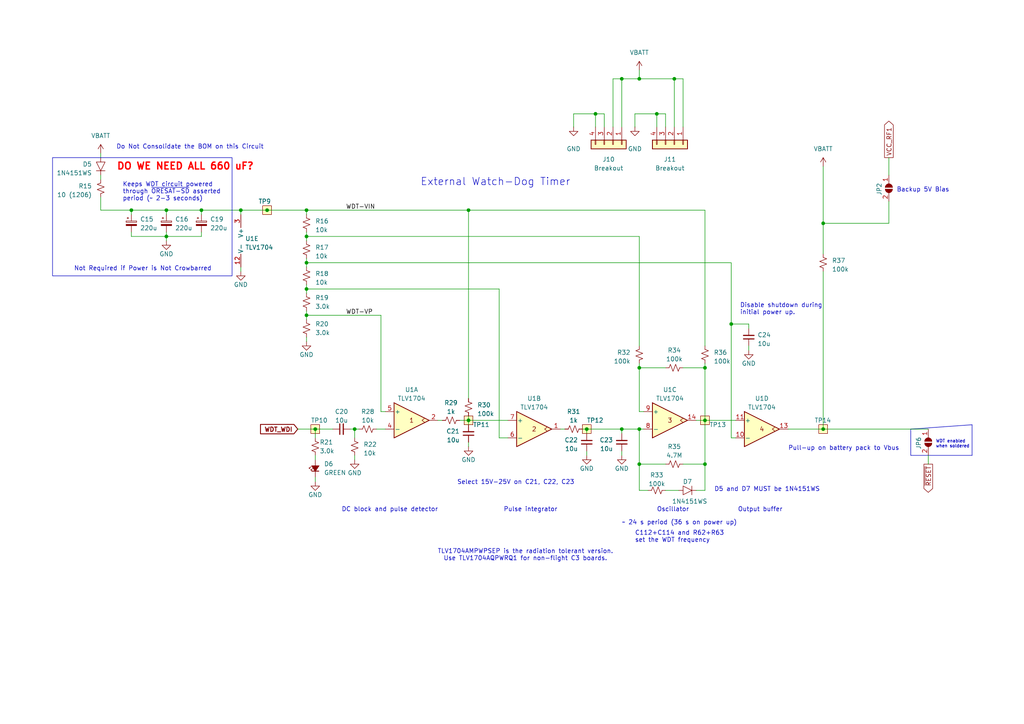
<source format=kicad_sch>
(kicad_sch (version 20231120) (generator "eeschema") (generator_version "8.0")
  (paper "A4")
  (lib_symbols
    (symbol "Connector_Generic:Conn_01x04" (pin_names (offset 1.016) hide)
      (property "Reference" "J" (at 0 5.08 0))
      (property "Value" "Conn_01x04" (at 0 -7.62 0))
      (symbol "Conn_01x04_1_1"
        (pin passive line (at -5.08 2.54 0) (length 3.81) (name "Pin_1") (number "1"))
        (pin passive line (at -5.08 0 0) (length 3.81) (name "Pin_2") (number "2"))
        (pin passive line (at -5.08 -2.54 0) (length 3.81) (name "Pin_3") (number "3"))
        (pin passive line (at -5.08 -5.08 0) (length 3.81) (name "Pin_4") (number "4"))
      )
    )
    (symbol "Device:C_Polarized_Small" (pin_numbers hide) (pin_names (offset 0.254) hide)
      (property "Reference" "C" (at 0.254 1.778 0))
      (property "Value" "C_Polarized_Small" (at 0.254 -2.032 0))
      (symbol "C_Polarized_Small_1_1"
        (pin passive line (at 0 2.54 270) (length 1.8542) (name "~") (number "1"))
        (pin passive line (at 0 -2.54 90) (length 1.8542) (name "~") (number "2"))
      )
    )
    (symbol "Device:C_Small" (pin_numbers hide) (pin_names (offset 0.254) hide)
      (property "Reference" "C" (at 0.254 1.778 0))
      (property "Value" "C_Small" (at 0.254 -2.032 0))
      (symbol "C_Small_1_1"
        (pin passive line (at 0 2.54 270) (length 2.032) (name "~") (number "1"))
        (pin passive line (at 0 -2.54 90) (length 2.032) (name "~") (number "2"))
      )
    )
    (symbol "Device:LED_Small_Filled" (pin_numbers hide) (pin_names (offset 0.254) hide)
      (property "Reference" "D" (at -1.27 3.175 0))
      (property "Value" "LED_Small_Filled" (at -4.445 -2.54 0))
      (symbol "LED_Small_Filled_1_1"
        (pin passive line (at -2.54 0 0) (length 1.778) (name "K") (number "1"))
        (pin passive line (at 2.54 0 180) (length 1.778) (name "A") (number "2"))
      )
    )
    (symbol "Device:R_Small_US" (pin_numbers hide) (pin_names (offset 0.254) hide)
      (property "Reference" "R" (at 0.762 0.508 0))
      (property "Value" "R_Small_US" (at 0.762 -1.016 0))
      (symbol "R_Small_US_1_1"
        (pin passive line (at 0 2.54 270) (length 1.016) (name "~") (number "1"))
        (pin passive line (at 0 -2.54 90) (length 1.016) (name "~") (number "2"))
      )
    )
    (symbol "GND_1" (power) (pin_numbers hide) (pin_names (offset 0) hide)
      (property "Value" "GND" (at 0 -3.81 0))
      (symbol "GND_1_1_1"
        (pin power_in line (at 0 0 270) (length 0) (name "~") (number "1"))
      )
    )
    (symbol "Jumper:SolderJumper_2_Open" (pin_names (offset 0) hide)
      (property "Reference" "JP" (at 0 2.032 0))
      (property "Value" "SolderJumper_2_Open" (at 0 -2.54 0))
      (symbol "SolderJumper_2_Open_1_1"
        (pin passive line (at -3.81 0 0) (length 2.54) (name "A") (number "1"))
        (pin passive line (at 3.81 0 180) (length 2.54) (name "B") (number "2"))
      )
    )
    (symbol "TLV1704AIPWR_1" (pin_names (offset 0.127))
      (property "Reference" "U" (at 0 5.08 0))
      (property "Value" "TLV1704AIPWR" (at 0 -5.08 0))
      (symbol "TLV1704AIPWR_1_1_1"
        (text "1" (at 0 0 0) (effects (font (size 1.27 1.27))))
        (pin open_collector line (at 7.62 0 180) (length 2.54) (name "~") (number "2"))
        (pin input line (at -7.62 -2.54 0) (length 2.54) (name "-") (number "4"))
        (pin input line (at -7.62 2.54 0) (length 2.54) (name "+") (number "5"))
      )
      (symbol "TLV1704AIPWR_1_2_1"
        (text "2" (at 0 0 0) (effects (font (size 1.27 1.27))))
        (pin open_collector line (at 7.62 0 180) (length 2.54) (name "~") (number "1"))
        (pin input line (at -7.62 -2.54 0) (length 2.54) (name "-") (number "6"))
        (pin input line (at -7.62 2.54 0) (length 2.54) (name "+") (number "7"))
      )
      (symbol "TLV1704AIPWR_1_3_1"
        (text "3" (at 0 0 0) (effects (font (size 1.27 1.27))))
        (pin open_collector line (at 7.62 0 180) (length 2.54) (name "~") (number "14"))
        (pin input line (at -7.62 -2.54 0) (length 2.54) (name "-") (number "8"))
        (pin input line (at -7.62 2.54 0) (length 2.54) (name "+") (number "9"))
      )
      (symbol "TLV1704AIPWR_1_4_1"
        (text "4" (at 0 0 0) (effects (font (size 1.27 1.27))))
        (pin input line (at -7.62 -2.54 0) (length 2.54) (name "-") (number "10"))
        (pin input line (at -7.62 2.54 0) (length 2.54) (name "+") (number "11"))
        (pin open_collector line (at 7.62 0 180) (length 2.54) (name "~") (number "13"))
      )
      (symbol "TLV1704AIPWR_1_5_1"
        (pin power_in line (at -2.54 -7.62 90) (length 3.81) (name "V-") (number "12"))
        (pin power_in line (at -2.54 7.62 270) (length 3.81) (name "V+") (number "3"))
      )
    )
    (symbol "TLV1704AIPWR_2" (pin_names (offset 0.127))
      (property "Reference" "U" (at 0 5.08 0))
      (property "Value" "TLV1704AIPWR" (at 0 -5.08 0))
      (symbol "TLV1704AIPWR_2_1_1"
        (text "1" (at 0 0 0) (effects (font (size 1.27 1.27))))
        (pin open_collector line (at 7.62 0 180) (length 2.54) (name "~") (number "2"))
        (pin input line (at -7.62 -2.54 0) (length 2.54) (name "-") (number "4"))
        (pin input line (at -7.62 2.54 0) (length 2.54) (name "+") (number "5"))
      )
      (symbol "TLV1704AIPWR_2_2_1"
        (text "2" (at 0 0 0) (effects (font (size 1.27 1.27))))
        (pin open_collector line (at 7.62 0 180) (length 2.54) (name "~") (number "1"))
        (pin input line (at -7.62 -2.54 0) (length 2.54) (name "-") (number "6"))
        (pin input line (at -7.62 2.54 0) (length 2.54) (name "+") (number "7"))
      )
      (symbol "TLV1704AIPWR_2_3_1"
        (text "3" (at 0 0 0) (effects (font (size 1.27 1.27))))
        (pin open_collector line (at 7.62 0 180) (length 2.54) (name "~") (number "14"))
        (pin input line (at -7.62 -2.54 0) (length 2.54) (name "-") (number "8"))
        (pin input line (at -7.62 2.54 0) (length 2.54) (name "+") (number "9"))
      )
      (symbol "TLV1704AIPWR_2_4_1"
        (text "4" (at 0 0 0) (effects (font (size 1.27 1.27))))
        (pin input line (at -7.62 -2.54 0) (length 2.54) (name "-") (number "10"))
        (pin input line (at -7.62 2.54 0) (length 2.54) (name "+") (number "11"))
        (pin open_collector line (at 7.62 0 180) (length 2.54) (name "~") (number "13"))
      )
      (symbol "TLV1704AIPWR_2_5_1"
        (pin power_in line (at -2.54 -7.62 90) (length 3.81) (name "V-") (number "12"))
        (pin power_in line (at -2.54 7.62 270) (length 3.81) (name "V+") (number "3"))
      )
    )
    (symbol "TLV1704AIPWR_3" (pin_names (offset 0.127))
      (property "Reference" "U" (at 0 5.08 0))
      (property "Value" "TLV1704AIPWR" (at 0 -5.08 0))
      (symbol "TLV1704AIPWR_3_1_1"
        (text "1" (at 0 0 0) (effects (font (size 1.27 1.27))))
        (pin open_collector line (at 7.62 0 180) (length 2.54) (name "~") (number "2"))
        (pin input line (at -7.62 -2.54 0) (length 2.54) (name "-") (number "4"))
        (pin input line (at -7.62 2.54 0) (length 2.54) (name "+") (number "5"))
      )
      (symbol "TLV1704AIPWR_3_2_1"
        (text "2" (at 0 0 0) (effects (font (size 1.27 1.27))))
        (pin open_collector line (at 7.62 0 180) (length 2.54) (name "~") (number "1"))
        (pin input line (at -7.62 -2.54 0) (length 2.54) (name "-") (number "6"))
        (pin input line (at -7.62 2.54 0) (length 2.54) (name "+") (number "7"))
      )
      (symbol "TLV1704AIPWR_3_3_1"
        (text "3" (at 0 0 0) (effects (font (size 1.27 1.27))))
        (pin open_collector line (at 7.62 0 180) (length 2.54) (name "~") (number "14"))
        (pin input line (at -7.62 -2.54 0) (length 2.54) (name "-") (number "8"))
        (pin input line (at -7.62 2.54 0) (length 2.54) (name "+") (number "9"))
      )
      (symbol "TLV1704AIPWR_3_4_1"
        (text "4" (at 0 0 0) (effects (font (size 1.27 1.27))))
        (pin input line (at -7.62 -2.54 0) (length 2.54) (name "-") (number "10"))
        (pin input line (at -7.62 2.54 0) (length 2.54) (name "+") (number "11"))
        (pin open_collector line (at 7.62 0 180) (length 2.54) (name "~") (number "13"))
      )
      (symbol "TLV1704AIPWR_3_5_1"
        (pin power_in line (at -2.54 -7.62 90) (length 3.81) (name "V-") (number "12"))
        (pin power_in line (at -2.54 7.62 270) (length 3.81) (name "V+") (number "3"))
      )
    )
    (symbol "TLV1704AIPWR_4" (pin_names (offset 0.127))
      (property "Reference" "U" (at 0 5.08 0))
      (property "Value" "TLV1704AIPWR" (at 0 -5.08 0))
      (symbol "TLV1704AIPWR_4_1_1"
        (text "1" (at 0 0 0) (effects (font (size 1.27 1.27))))
        (pin open_collector line (at 7.62 0 180) (length 2.54) (name "~") (number "2"))
        (pin input line (at -7.62 -2.54 0) (length 2.54) (name "-") (number "4"))
        (pin input line (at -7.62 2.54 0) (length 2.54) (name "+") (number "5"))
      )
      (symbol "TLV1704AIPWR_4_2_1"
        (text "2" (at 0 0 0) (effects (font (size 1.27 1.27))))
        (pin open_collector line (at 7.62 0 180) (length 2.54) (name "~") (number "1"))
        (pin input line (at -7.62 -2.54 0) (length 2.54) (name "-") (number "6"))
        (pin input line (at -7.62 2.54 0) (length 2.54) (name "+") (number "7"))
      )
      (symbol "TLV1704AIPWR_4_3_1"
        (text "3" (at 0 0 0) (effects (font (size 1.27 1.27))))
        (pin open_collector line (at 7.62 0 180) (length 2.54) (name "~") (number "14"))
        (pin input line (at -7.62 -2.54 0) (length 2.54) (name "-") (number "8"))
        (pin input line (at -7.62 2.54 0) (length 2.54) (name "+") (number "9"))
      )
      (symbol "TLV1704AIPWR_4_4_1"
        (text "4" (at 0 0 0) (effects (font (size 1.27 1.27))))
        (pin input line (at -7.62 -2.54 0) (length 2.54) (name "-") (number "10"))
        (pin input line (at -7.62 2.54 0) (length 2.54) (name "+") (number "11"))
        (pin open_collector line (at 7.62 0 180) (length 2.54) (name "~") (number "13"))
      )
      (symbol "TLV1704AIPWR_4_5_1"
        (pin power_in line (at -2.54 -7.62 90) (length 3.81) (name "V-") (number "12"))
        (pin power_in line (at -2.54 7.62 270) (length 3.81) (name "V+") (number "3"))
      )
    )
    (symbol "oresat-diodes:1N4151WS-HE3" (pin_numbers hide) (pin_names (offset 0) hide)
      (property "Reference" "D" (at 0 2.54 0))
      (property "Value" "1N4151WS" (at 0 -2.54 0))
      (symbol "1N4151WS-HE3_1_1"
        (pin passive line (at 2.54 0 180) (length 1.27) (name "1") (number "1"))
        (pin passive line (at -2.54 0 0) (length 1.27) (name "2") (number "2"))
      )
    )
    (symbol "oresat-ics:TLV1704AIPWR" (pin_names (offset 0.127))
      (property "Reference" "U" (at 0 5.08 0))
      (property "Value" "TLV1704AIPWR" (at 0 -5.08 0))
      (symbol "TLV1704AIPWR_1_1"
        (text "1" (at 0 0 0) (effects (font (size 1.27 1.27))))
        (pin open_collector line (at 7.62 0 180) (length 2.54) (name "~") (number "2"))
        (pin input line (at -7.62 -2.54 0) (length 2.54) (name "-") (number "4"))
        (pin input line (at -7.62 2.54 0) (length 2.54) (name "+") (number "5"))
      )
      (symbol "TLV1704AIPWR_2_1"
        (text "2" (at 0 0 0) (effects (font (size 1.27 1.27))))
        (pin open_collector line (at 7.62 0 180) (length 2.54) (name "~") (number "1"))
        (pin input line (at -7.62 -2.54 0) (length 2.54) (name "-") (number "6"))
        (pin input line (at -7.62 2.54 0) (length 2.54) (name "+") (number "7"))
      )
      (symbol "TLV1704AIPWR_3_1"
        (text "3" (at 0 0 0) (effects (font (size 1.27 1.27))))
        (pin open_collector line (at 7.62 0 180) (length 2.54) (name "~") (number "14"))
        (pin input line (at -7.62 -2.54 0) (length 2.54) (name "-") (number "8"))
        (pin input line (at -7.62 2.54 0) (length 2.54) (name "+") (number "9"))
      )
      (symbol "TLV1704AIPWR_4_1"
        (text "4" (at 0 0 0) (effects (font (size 1.27 1.27))))
        (pin input line (at -7.62 -2.54 0) (length 2.54) (name "-") (number "10"))
        (pin input line (at -7.62 2.54 0) (length 2.54) (name "+") (number "11"))
        (pin open_collector line (at 7.62 0 180) (length 2.54) (name "~") (number "13"))
      )
      (symbol "TLV1704AIPWR_5_1"
        (pin power_in line (at -2.54 -7.62 90) (length 3.81) (name "V-") (number "12"))
        (pin power_in line (at -2.54 7.62 270) (length 3.81) (name "V+") (number "3"))
      )
    )
    (symbol "oresat-misc:Test-Point-0.75mm-th" (exclude_from_sim yes) (in_bom no)
      (property "Reference" "TP" (at 0 2.54 0))
      (symbol "Test-Point-0.75mm-th_1_0"
        (pin passive line (at 0 0 0) (length 0) (name "1") (number "1"))
      )
    )
    (symbol "power:GND" (power) (pin_names (offset 0))
      (property "Value" "GND" (at 0 -3.81 0))
      (symbol "GND_1_1"
        (pin power_in line (at 0 0 270) (length 0) hide (name "GND") (number "1"))
      )
    )
    (symbol "power:VBUS" (power) (pin_numbers hide) (pin_names (offset 0) hide)
      (property "Value" "VBUS" (at 0 3.556 0))
      (symbol "VBUS_1_1"
        (pin power_in line (at 0 0 90) (length 0) (name "~") (number "1"))
      )
    )
  )
  (junction (at 48.26 68.58))
  (junction (at 88.9 60.96))
  (junction (at 185.42 134.62))
  (junction (at 48.26 60.96))
  (junction (at 102.87 124.46))
  (junction (at 185.42 22.86))
  (junction (at 204.47 121.92))
  (junction (at 238.76 64.77))
  (junction (at 185.42 124.46))
  (junction (at 88.9 91.44))
  (junction (at 185.42 106.68))
  (junction (at 38.1 60.96))
  (junction (at 77.47 60.96))
  (junction (at 88.9 76.2))
  (junction (at 88.9 68.58))
  (junction (at 180.34 22.86))
  (junction (at 58.42 60.96))
  (junction (at 135.89 60.96))
  (junction (at 204.47 106.68))
  (junction (at 195.58 22.86))
  (junction (at 135.89 121.92))
  (junction (at 204.47 134.62))
  (junction (at 88.9 83.82))
  (junction (at 91.44 124.46))
  (junction (at 69.85 60.96))
  (junction (at 190.5 33.02))
  (junction (at 238.76 124.46))
  (junction (at 212.09 93.98))
  (junction (at 172.72 33.02))
  (junction (at 170.18 124.46))
  (junction (at 180.34 124.46))
  (wire (pts (xy 184.15 33.02) (xy 184.15 36.83)))
  (wire (pts (xy 180.34 125.73) (xy 180.34 124.46)))
  (wire (pts (xy 238.76 78.74) (xy 238.76 124.46)))
  (wire (pts (xy 185.42 105.41) (xy 185.42 106.68)))
  (wire (pts (xy 217.17 101.6) (xy 217.17 100.33)))
  (wire (pts (xy 238.76 64.77) (xy 238.76 73.66)))
  (wire (pts (xy 135.89 121.92) (xy 135.89 123.19)))
  (wire (pts (xy 198.12 106.68) (xy 204.47 106.68)))
  (wire (pts (xy 212.09 93.98) (xy 212.09 127)))
  (wire (pts (xy 91.44 127) (xy 91.44 124.46)))
  (wire (pts (xy 190.5 33.02) (xy 193.04 33.02)))
  (wire (pts (xy 193.04 33.02) (xy 193.04 36.83)))
  (wire (pts (xy 48.26 68.58) (xy 48.26 69.85)))
  (wire (pts (xy 190.5 33.02) (xy 184.15 33.02)))
  (wire (pts (xy 58.42 67.31) (xy 58.42 68.58)))
  (wire (pts (xy 185.42 124.46) (xy 186.69 124.46)))
  (wire (pts (xy 204.47 105.41) (xy 204.47 106.68)))
  (wire (pts (xy 48.26 68.58) (xy 38.1 68.58)))
  (wire (pts (xy 144.78 127) (xy 147.32 127)))
  (wire (pts (xy 186.69 119.38) (xy 185.42 119.38)))
  (wire (pts (xy 198.12 36.83) (xy 198.12 22.86)))
  (wire (pts (xy 102.87 132.08) (xy 102.87 133.35)))
  (wire (pts (xy 38.1 67.31) (xy 38.1 68.58)))
  (wire (pts (xy 88.9 97.79) (xy 88.9 99.06)))
  (wire (pts (xy 88.9 83.82) (xy 144.78 83.82)))
  (polyline (pts (xy 281.94 123.19) (xy 281.94 132.08)))
  (wire (pts (xy 88.9 90.17) (xy 88.9 91.44)))
  (wire (pts (xy 162.56 124.46) (xy 163.83 124.46)))
  (wire (pts (xy 133.35 121.92) (xy 135.89 121.92)))
  (wire (pts (xy 88.9 83.82) (xy 88.9 85.09)))
  (wire (pts (xy 172.72 36.83) (xy 172.72 33.02)))
  (wire (pts (xy 204.47 100.33) (xy 204.47 60.96)))
  (polyline (pts (xy 264.16 124.46) (xy 281.94 123.19)))
  (wire (pts (xy 48.26 68.58) (xy 58.42 68.58)))
  (wire (pts (xy 257.81 58.42) (xy 257.81 64.77)))
  (wire (pts (xy 168.91 124.46) (xy 170.18 124.46)))
  (wire (pts (xy 238.76 124.46) (xy 269.24 124.46)))
  (wire (pts (xy 135.89 60.96) (xy 204.47 60.96)))
  (wire (pts (xy 204.47 134.62) (xy 204.47 121.92)))
  (wire (pts (xy 170.18 124.46) (xy 170.18 125.73)))
  (wire (pts (xy 217.17 95.25) (xy 217.17 93.98)))
  (wire (pts (xy 177.8 22.86) (xy 180.34 22.86)))
  (wire (pts (xy 269.24 132.08) (xy 269.24 134.62)))
  (wire (pts (xy 204.47 106.68) (xy 204.47 121.92)))
  (wire (pts (xy 185.42 142.24) (xy 187.96 142.24)))
  (wire (pts (xy 38.1 60.96) (xy 48.26 60.96)))
  (wire (pts (xy 180.34 22.86) (xy 180.34 36.83)))
  (wire (pts (xy 135.89 129.54) (xy 135.89 128.27)))
  (wire (pts (xy 91.44 132.08) (xy 91.44 133.35)))
  (wire (pts (xy 110.49 91.44) (xy 110.49 119.38)))
  (wire (pts (xy 88.9 76.2) (xy 212.09 76.2)))
  (wire (pts (xy 135.89 60.96) (xy 88.9 60.96)))
  (wire (pts (xy 135.89 121.92) (xy 147.32 121.92)))
  (wire (pts (xy 193.04 134.62) (xy 185.42 134.62)))
  (wire (pts (xy 102.87 124.46) (xy 104.14 124.46)))
  (wire (pts (xy 166.37 33.02) (xy 166.37 36.83)))
  (wire (pts (xy 88.9 91.44) (xy 88.9 92.71)))
  (wire (pts (xy 86.36 124.46) (xy 91.44 124.46)))
  (wire (pts (xy 88.9 74.93) (xy 88.9 76.2)))
  (wire (pts (xy 190.5 36.83) (xy 190.5 33.02)))
  (wire (pts (xy 185.42 119.38) (xy 185.42 106.68)))
  (wire (pts (xy 238.76 48.26) (xy 238.76 64.77)))
  (wire (pts (xy 69.85 78.74) (xy 69.85 77.47)))
  (wire (pts (xy 257.81 64.77) (xy 238.76 64.77)))
  (wire (pts (xy 175.26 33.02) (xy 175.26 36.83)))
  (wire (pts (xy 185.42 22.86) (xy 185.42 20.32)))
  (wire (pts (xy 204.47 142.24) (xy 204.47 134.62)))
  (wire (pts (xy 88.9 91.44) (xy 110.49 91.44)))
  (wire (pts (xy 185.42 134.62) (xy 185.42 124.46)))
  (wire (pts (xy 127 121.92) (xy 128.27 121.92)))
  (wire (pts (xy 88.9 68.58) (xy 185.42 68.58)))
  (wire (pts (xy 170.18 124.46) (xy 180.34 124.46)))
  (wire (pts (xy 172.72 33.02) (xy 166.37 33.02)))
  (wire (pts (xy 198.12 134.62) (xy 204.47 134.62)))
  (wire (pts (xy 110.49 119.38) (xy 111.76 119.38)))
  (wire (pts (xy 212.09 127) (xy 213.36 127)))
  (wire (pts (xy 88.9 67.31) (xy 88.9 68.58)))
  (wire (pts (xy 101.6 124.46) (xy 102.87 124.46)))
  (wire (pts (xy 257.81 45.72) (xy 257.81 50.8)))
  (wire (pts (xy 180.34 22.86) (xy 185.42 22.86)))
  (wire (pts (xy 185.42 142.24) (xy 185.42 134.62)))
  (wire (pts (xy 195.58 22.86) (xy 185.42 22.86)))
  (wire (pts (xy 204.47 121.92) (xy 213.36 121.92)))
  (wire (pts (xy 193.04 142.24) (xy 196.85 142.24)))
  (wire (pts (xy 69.85 60.96) (xy 77.47 60.96)))
  (wire (pts (xy 185.42 100.33) (xy 185.42 68.58)))
  (wire (pts (xy 48.26 60.96) (xy 58.42 60.96)))
  (polyline (pts (xy 281.94 132.08) (xy 264.16 132.08)))
  (wire (pts (xy 212.09 93.98) (xy 217.17 93.98)))
  (polyline (pts (xy 264.16 132.08) (xy 264.16 124.46)))
  (wire (pts (xy 172.72 33.02) (xy 175.26 33.02)))
  (wire (pts (xy 88.9 82.55) (xy 88.9 83.82)))
  (wire (pts (xy 29.21 57.15) (xy 29.21 60.96)))
  (wire (pts (xy 77.47 60.96) (xy 88.9 60.96)))
  (wire (pts (xy 228.6 124.46) (xy 238.76 124.46)))
  (wire (pts (xy 180.34 124.46) (xy 185.42 124.46)))
  (wire (pts (xy 212.09 76.2) (xy 212.09 93.98)))
  (wire (pts (xy 88.9 76.2) (xy 88.9 77.47)))
  (wire (pts (xy 177.8 36.83) (xy 177.8 22.86)))
  (wire (pts (xy 198.12 22.86) (xy 195.58 22.86)))
  (wire (pts (xy 69.85 62.23) (xy 69.85 60.96)))
  (wire (pts (xy 170.18 132.08) (xy 170.18 130.81)))
  (wire (pts (xy 195.58 36.83) (xy 195.58 22.86)))
  (wire (pts (xy 88.9 62.23) (xy 88.9 60.96)))
  (wire (pts (xy 48.26 60.96) (xy 48.26 62.23)))
  (wire (pts (xy 180.34 132.08) (xy 180.34 130.81)))
  (wire (pts (xy 135.89 121.92) (xy 135.89 120.65)))
  (wire (pts (xy 91.44 139.7) (xy 91.44 138.43)))
  (wire (pts (xy 135.89 60.96) (xy 135.89 115.57)))
  (wire (pts (xy 48.26 67.31) (xy 48.26 68.58)))
  (wire (pts (xy 88.9 68.58) (xy 88.9 69.85)))
  (wire (pts (xy 185.42 106.68) (xy 193.04 106.68)))
  (wire (pts (xy 29.21 44.45) (xy 29.21 45.72)))
  (wire (pts (xy 58.42 62.23) (xy 58.42 60.96)))
  (wire (pts (xy 201.93 142.24) (xy 204.47 142.24)))
  (wire (pts (xy 38.1 60.96) (xy 38.1 62.23)))
  (wire (pts (xy 102.87 124.46) (xy 102.87 127)))
  (wire (pts (xy 201.93 121.92) (xy 204.47 121.92)))
  (wire (pts (xy 91.44 124.46) (xy 96.52 124.46)))
  (wire (pts (xy 109.22 124.46) (xy 111.76 124.46)))
  (wire (pts (xy 144.78 83.82) (xy 144.78 127)))
  (wire (pts (xy 29.21 50.8) (xy 29.21 52.07)))
  (wire (pts (xy 29.21 60.96) (xy 38.1 60.96)))
  (wire (pts (xy 58.42 60.96) (xy 69.85 60.96)))
  (rectangle (start 15.24 45.72) (end 67.31 80.01))
  (text "Pull-up on battery pack to Vbus" (at 228.6 130.81 0) (effects (font (size 1.27 1.27)) (justify left bottom)))
  (text "Do Not Consolidate the BOM on this Circuit" (at 55.118 42.672 0) (effects (font (size 1.27 1.27))))
  (text "Pulse integrator" (at 146.05 148.59 0) (effects (font (size 1.27 1.27)) (justify left bottom)))
  (text "Disable shutdown during\ninitial power up." (at 214.63 91.44 0) (effects (font (size 1.27 1.27)) (justify left bottom)))
  (text "~ 24 s period (36 s on power up)" (at 180.34 152.4 0) (effects (font (size 1.27 1.27)) (justify left bottom)))
  (text "D5 and D7 MUST be 1N4151WS" (at 222.504 141.986 0) (effects (font (size 1.27 1.27))))
  (text "C112+C114 and R62+R63 \nset the WDT frequency" (at 184.15 157.48 0) (effects (font (size 1.27 1.27)) (justify left bottom)))
  (text "TLV1704AMPWPSEP is the radiation tolerant version.\nUse TLV1704AQPWRQ1 for non-flight C3 boards." (at 152.4 161.036 0) (effects (font (size 1.27 1.27))))
  (text "Select 15V-25V on C21, C22, C23" (at 149.606 139.954 0) (effects (font (size 1.27 1.27))))
  (text "DC block and pulse detector" (at 99.06 148.59 0) (effects (font (size 1.27 1.27)) (justify left bottom)))
  (text "Oscillator" (at 190.5 148.59 0) (effects (font (size 1.27 1.27)) (justify left bottom)))
  (text "Output buffer" (at 213.995 148.59 0) (effects (font (size 1.27 1.27)) (justify left bottom)))
  (text "DO WE NEED ALL 660 uF?" (at 33.782 49.53 0) (effects (font (size 2 2) (thickness 0.4) (bold yes)) (justify left bottom)))
  (text "WDT enabled\nwhen soldered" (at 271.399 130.048 0) (effects (font (size 0.889 0.889)) (justify left bottom)))
  (text "External Watch-Dog Timer" (at 121.92 54.102 0) (effects (font (size 2.159 2.159)) (justify left bottom)))
  (text "Not Required if Power is Not Crowbarred " (at 41.91 77.978 0) (effects (font (size 1.27 1.27))))
  (text "Backup 5V Bias" (at 267.716 55.118 0) (effects (font (size 1.27 1.27))))
  (text "Keeps WDT circuit powered\nthrough ~{ORESAT-SD} asserted\nperiod (~ 2-3 seconds)" (at 35.56 58.42 0) (effects (font (size 1.27 1.27)) (justify left bottom)))
  (label "WDT-VIN" (at 100.33 60.96 0))
  (label "WDT-VP" (at 100.33 91.44 0))
  (global_label "~{RESET}" (shape output) (at 269.24 134.62 270) (property "Intersheetrefs" "${INTERSHEET_REFS}" (effects (hide yes))))
  (global_label "VCC_RF1" (shape output) (at 257.81 45.72 90) (property "Intersheetrefs" "${INTERSHEET_REFS}" (effects (hide yes))))
  (global_label "WDT_WDI" (shape input) (at 86.36 124.46 180) (effects (font (thickness 0.254) (bold yes))) (property "Intersheetrefs" "${INTERSHEET_REFS}" (effects (hide yes))))
  (symbol (lib_id "power:VBUS") (at 29.21 44.45 0) (unit 1)
    (property "Reference" "#PWR013" (effects (hide yes)))
    (property "Value" "VBATT" (at 29.21 39.37 0))
    (property "Description" "Power symbol creates a global label with name \"VBUS\"" (effects (hide yes)))
  )
  (symbol (lib_id "oresat-ics:TLV1704AIPWR") (at 72.39 69.85 0) (unit 5)
    (property "Reference" "U1" (at 71.12 69.215 0) (effects (justify left)))
    (property "Value" "TLV1704" (at 71.12 71.755 0) (effects (justify left)))
    (property "Footprint" "Package_SO:TSSOP-14_4.4x5mm_P0.65mm" (effects (hide yes)))
    (property "Datasheet" "https://www.ti.com/lit/ds/symlink/tlv1704-sep.pdf" (effects (hide yes)))
    (property "Description" "Analog Comparators 2.2-V to 36-V, radiation tolerant microPower quad comparator in space enhanced plastic 14-TSSOP -55 to 125" (effects (hide yes)))
    (property "MFR" "Texas Instruments" (effects (hide yes)))
    (property "MPN" "TLV1704AQPWRQ1" (effects (hide yes)))
    (property "DST" "Digi-Key" (effects (hide yes)))
    (property "DPN" "296-43799-2-ND" (effects (hide yes)))
  )
  (symbol (lib_id "Connector_Generic:Conn_01x04") (at 177.8 41.91 270) (unit 1)
    (property "Reference" "J10" (at 176.53 46.228 90))
    (property "Value" "Breakout" (at 176.53 48.768 90))
    (property "Footprint" "Connector_PinHeader_2.54mm:PinHeader_1x04_P2.54mm_Vertical" (effects (hide yes)))
  )
  (symbol (lib_id "Connector_Generic:Conn_01x04") (at 195.58 41.91 270) (unit 1)
    (property "Reference" "J11" (at 194.31 46.228 90))
    (property "Value" "Breakout" (at 194.31 48.768 90))
    (property "Footprint" "FC_DEV_BOARD:JST_BM04B-SRSS-TB(LF)(SN)" (effects (hide yes)))
  )
  (symbol (lib_id "Device:C_Polarized_Small") (at 38.1 64.77 0) (unit 1)
    (property "Reference" "C15" (at 40.64 63.5889 0) (effects (justify left)))
    (property "Value" "220u" (at 40.64 66.1289 0) (effects (justify left)))
    (property "Footprint" "Capacitor_Tantalum_SMD:CP_EIA-7361-38_AVX-V" (effects (hide yes)))
    (property "Description" "220µF Molded Tantalum Capacitors 25V 2924 (7361 Metric) 100mOhm @ 100kHz" (effects (hide yes)))
    (property "DPN" "478-12518-2-ND" (effects (hide yes)))
    (property "DST" "Digi-Key" (effects (hide yes)))
    (property "MFR" "Kyocera AVX" (effects (hide yes)))
    (property "MPN" "TCN4227M025R0100" (effects (hide yes)))
  )
  (symbol (lib_id "power:GND") (at 217.17 101.6 0) (mirror y) (unit 1)
    (property "Reference" "#PWR087" (effects (hide yes)))
    (property "Value" "GND" (at 217.17 105.41 0))
    (property "Description" "Power symbol creates a global label with name \"GND\" , ground" (effects (hide yes)))
  )
  (symbol (lib_id "Device:R_Small_US") (at 91.44 129.54 0) (unit 1)
    (property "Reference" "R21" (at 92.71 128.27 0) (effects (justify left)))
    (property "Value" "3.0k" (at 92.71 130.81 0) (effects (justify left)))
    (property "Footprint" "Resistor_SMD:R_0603_1608Metric" (effects (hide yes)))
    (property "Description" "3 kOhms ±1% 0.1W, 1/10W Chip Resistor 0603 (1608 Metric) Automotive AEC-Q200 Thick Film" (effects (hide yes)))
    (property "DPN" "RMCF0603FT3K00CT-ND" (effects (hide yes)))
    (property "DST" "Digi-Key" (effects (hide yes)))
    (property "MFR" "Stackpole Electronics Inc" (effects (hide yes)))
    (property "MPN" "RMCF0603FT3K00" (effects (hide yes)))
  )
  (symbol (lib_id "Device:R_Small_US") (at 135.89 118.11 0) (unit 1)
    (property "Reference" "R30" (at 138.43 117.475 0) (effects (justify left)))
    (property "Value" "100k" (at 138.43 120.015 0) (effects (justify left)))
    (property "Footprint" "Resistor_SMD:R_0603_1608Metric" (effects (hide yes)))
    (property "Description" "100 kOhms ±5% 0.1W, 1/10W Chip Resistor 0603 (1608 Metric) Automotive AEC-Q200 Thick Film" (effects (hide yes)))
    (property "DPN" "RMCF0603FT100KCT-ND" (effects (hide yes)))
    (property "DST" "Digi-Key" (effects (hide yes)))
    (property "MFR" "Stackpole Electronics Inc" (effects (hide yes)))
    (property "MPN" "RMCF0603FT100K" (effects (hide yes)))
  )
  (symbol (lib_id "oresat-misc:Test-Point-0.75mm-th") (at 91.44 124.46 0) (unit 1) (exclude_from_sim yes) (in_bom no)
    (property "Reference" "TP10" (at 90.17 121.92 0) (effects (justify left)))
    (property "Value" "TestPoint-MinTH" (effects (hide yes)))
    (property "Footprint" "oresat-misc:TestPoint-0.75mm-th" (effects (hide yes)))
    (property "Description" "0.75 mm TH test point; good for scope probes and jumpers" (effects (hide yes)))
  )
  (symbol (lib_id "power:GND") (at 180.34 132.08 0) (mirror y) (unit 1)
    (property "Reference" "#PWR084" (effects (hide yes)))
    (property "Value" "GND" (at 180.34 135.89 0))
    (property "Description" "Power symbol creates a global label with name \"GND\" , ground" (effects (hide yes)))
  )
  (symbol (lib_name "TLV1704AIPWR_3") (lib_id "oresat-ics:TLV1704AIPWR") (at 220.98 124.46 0) (unit 4)
    (property "Reference" "U1" (at 220.98 115.57 0))
    (property "Value" "TLV1704" (at 220.98 118.11 0))
    (property "Footprint" "Package_SO:TSSOP-14_4.4x5mm_P0.65mm" (effects (hide yes)))
    (property "Datasheet" "https://www.ti.com/lit/ds/symlink/tlv1704-sep.pdf" (effects (hide yes)))
    (property "Description" "Analog Comparators 2.2-V to 36-V, radiation tolerant microPower quad comparator in space enhanced plastic 14-TSSOP -55 to 125" (effects (hide yes)))
    (property "MFR" "Texas Instruments" (effects (hide yes)))
    (property "MPN" "TLV1704AQPWRQ1" (effects (hide yes)))
    (property "DST" "Digi-Key" (effects (hide yes)))
    (property "DPN" "296-43799-2-ND" (effects (hide yes)))
  )
  (symbol (lib_id "Device:R_Small_US") (at 88.9 87.63 0) (unit 1)
    (property "Reference" "R19" (at 91.44 86.36 0) (effects (justify left)))
    (property "Value" "3.0k" (at 91.44 88.9 0) (effects (justify left)))
    (property "Footprint" "Resistor_SMD:R_0603_1608Metric" (effects (hide yes)))
    (property "Description" "3 kOhms ±1% 0.1W, 1/10W Chip Resistor 0603 (1608 Metric) Automotive AEC-Q200 Thick Film" (effects (hide yes)))
    (property "DPN" "RMCF0603FT3K00CT-ND" (effects (hide yes)))
    (property "DST" "Digi-Key" (effects (hide yes)))
    (property "MFR" "Stackpole Electronics Inc" (effects (hide yes)))
    (property "MPN" "RMCF0603FT3K00" (effects (hide yes)))
  )
  (symbol (lib_id "Device:R_Small_US") (at 88.9 72.39 0) (unit 1)
    (property "Reference" "R17" (at 91.44 71.755 0) (effects (justify left)))
    (property "Value" "10k" (at 91.44 74.295 0) (effects (justify left)))
    (property "Footprint" "Resistor_SMD:R_0603_1608Metric" (effects (hide yes)))
    (property "Description" "10 kOhms ±1% 0.1W, 1/10W Chip Resistor 0603 (1608 Metric) Automotive AEC-Q200 Thick Film" (effects (hide yes)))
    (property "DPN" "RMCF0603FT10K0CT-ND" (effects (hide yes)))
    (property "DST" "Digi-Key" (effects (hide yes)))
    (property "MFR" "Stackpole Electronics Inc" (effects (hide yes)))
    (property "MPN" "RMCF0603FT10K0" (effects (hide yes)))
  )
  (symbol (lib_id "Device:C_Small") (at 99.06 124.46 90) (unit 1)
    (property "Reference" "C20" (at 99.0663 119.38 90))
    (property "Value" "10u" (at 99.0663 121.92 90))
    (property "Footprint" "Capacitor_SMD:C_0603_1608Metric" (effects (hide yes)))
    (property "Description" "10 µF ±10% 16V Ceramic Capacitor X5R 0603 (1608 Metric)" (effects (hide yes)))
    (property "DPN" "490-12317-1-ND" (effects (hide yes)))
    (property "DST" "Digi-Key" (effects (hide yes)))
    (property "MFR" "Murata" (effects (hide yes)))
    (property "MPN" "GRT188R61C106KE13D" (effects (hide yes)))
  )
  (symbol (lib_id "power:GND") (at 48.26 69.85 0) (unit 1)
    (property "Reference" "#PWR016" (effects (hide yes)))
    (property "Value" "GND" (at 48.26 73.66 0))
    (property "Description" "Power symbol creates a global label with name \"GND\" , ground" (effects (hide yes)))
  )
  (symbol (lib_id "Device:R_Small_US") (at 102.87 129.54 0) (unit 1)
    (property "Reference" "R22" (at 105.41 128.905 0) (effects (justify left)))
    (property "Value" "10k" (at 105.41 131.445 0) (effects (justify left)))
    (property "Footprint" "Resistor_SMD:R_0603_1608Metric" (effects (hide yes)))
    (property "Description" "10 kOhms ±1% 0.1W, 1/10W Chip Resistor 0603 (1608 Metric) Automotive AEC-Q200 Thick Film" (effects (hide yes)))
    (property "DPN" "RMCF0603FT10K0CT-ND" (effects (hide yes)))
    (property "DST" "Digi-Key" (effects (hide yes)))
    (property "MFR" "Stackpole Electronics Inc" (effects (hide yes)))
    (property "MPN" "RMCF0603FT10K0" (effects (hide yes)))
  )
  (symbol (lib_id "Device:R_Small_US") (at 88.9 64.77 0) (unit 1)
    (property "Reference" "R16" (at 91.44 64.135 0) (effects (justify left)))
    (property "Value" "10k" (at 91.44 66.675 0) (effects (justify left)))
    (property "Footprint" "Resistor_SMD:R_0603_1608Metric" (effects (hide yes)))
    (property "Description" "10 kOhms ±1% 0.1W, 1/10W Chip Resistor 0603 (1608 Metric) Automotive AEC-Q200 Thick Film" (effects (hide yes)))
    (property "DPN" "RMCF0603FT10K0CT-ND" (effects (hide yes)))
    (property "DST" "Digi-Key" (effects (hide yes)))
    (property "MFR" "Stackpole Electronics Inc" (effects (hide yes)))
    (property "MPN" "RMCF0603FT10K0" (effects (hide yes)))
  )
  (symbol (lib_id "power:GND") (at 69.85 78.74 0) (mirror y) (unit 1)
    (property "Reference" "#PWR045" (effects (hide yes)))
    (property "Value" "GND" (at 69.85 82.55 0))
    (property "Description" "Power symbol creates a global label with name \"GND\" , ground" (effects (hide yes)))
  )
  (symbol (lib_id "Device:R_Small_US") (at 195.58 134.62 270) (unit 1)
    (property "Reference" "R35" (at 195.58 129.54 90))
    (property "Value" "4.7M" (at 195.58 132.08 90))
    (property "Footprint" "Resistor_SMD:R_0603_1608Metric" (effects (hide yes)))
    (property "Description" "4.7 MOhms ±1% 0.1W, 1/10W Chip Resistor 0603 (1608 Metric) Automotive AEC-Q200 Thick Film" (effects (hide yes)))
    (property "DPN" "RMCF0603FT4M70CT-ND" (effects (hide yes)))
    (property "DST" "Digi-Key" (effects (hide yes)))
    (property "MFR" "Stackpole Electronics Inc" (effects (hide yes)))
    (property "MPN" "RMCF0603FT4M70" (effects (hide yes)))
  )
  (symbol (lib_id "oresat-misc:Test-Point-0.75mm-th") (at 77.47 60.96 0) (unit 1) (exclude_from_sim yes) (in_bom no)
    (property "Reference" "TP9" (at 74.93 58.42 0) (effects (justify left)))
    (property "Value" "TestPoint-MinTH" (effects (hide yes)))
    (property "Footprint" "oresat-misc:TestPoint-0.75mm-th" (effects (hide yes)))
    (property "Description" "0.75 mm TH test point; good for scope probes and jumpers" (effects (hide yes)))
  )
  (symbol (lib_id "power:GND") (at 170.18 132.08 0) (mirror y) (unit 1)
    (property "Reference" "#PWR083" (effects (hide yes)))
    (property "Value" "GND" (at 170.18 135.89 0))
    (property "Description" "Power symbol creates a global label with name \"GND\" , ground" (effects (hide yes)))
  )
  (symbol (lib_id "Device:R_Small_US") (at 88.9 80.01 0) (unit 1)
    (property "Reference" "R18" (at 91.44 79.375 0) (effects (justify left)))
    (property "Value" "10k" (at 91.44 81.915 0) (effects (justify left)))
    (property "Footprint" "Resistor_SMD:R_0603_1608Metric" (effects (hide yes)))
    (property "Description" "10 kOhms ±1% 0.1W, 1/10W Chip Resistor 0603 (1608 Metric) Automotive AEC-Q200 Thick Film" (effects (hide yes)))
    (property "DPN" "RMCF0603FT10K0CT-ND" (effects (hide yes)))
    (property "DST" "Digi-Key" (effects (hide yes)))
    (property "MFR" "Stackpole Electronics Inc" (effects (hide yes)))
    (property "MPN" "RMCF0603FT10K0" (effects (hide yes)))
  )
  (symbol (lib_name "TLV1704AIPWR_4") (lib_id "oresat-ics:TLV1704AIPWR") (at 154.94 124.46 0) (unit 2)
    (property "Reference" "U1" (at 154.94 115.57 0))
    (property "Value" "TLV1704" (at 154.94 118.11 0))
    (property "Footprint" "Package_SO:TSSOP-14_4.4x5mm_P0.65mm" (effects (hide yes)))
    (property "Datasheet" "https://www.ti.com/lit/ds/symlink/tlv1704-sep.pdf" (effects (hide yes)))
    (property "Description" "Analog Comparators 2.2-V to 36-V, radiation tolerant microPower quad comparator in space enhanced plastic 14-TSSOP -55 to 125" (effects (hide yes)))
    (property "MFR" "Texas Instruments" (effects (hide yes)))
    (property "MPN" "TLV1704AQPWRQ1" (effects (hide yes)))
    (property "DST" "Digi-Key" (effects (hide yes)))
    (property "DPN" "296-43799-2-ND" (effects (hide yes)))
  )
  (symbol (lib_id "Device:R_Small_US") (at 88.9 95.25 0) (unit 1)
    (property "Reference" "R20" (at 91.44 93.98 0) (effects (justify left)))
    (property "Value" "3.0k" (at 91.44 96.52 0) (effects (justify left)))
    (property "Footprint" "Resistor_SMD:R_0603_1608Metric" (effects (hide yes)))
    (property "Description" "3 kOhms ±1% 0.1W, 1/10W Chip Resistor 0603 (1608 Metric) Automotive AEC-Q200 Thick Film" (effects (hide yes)))
    (property "DPN" "RMCF0603FT3K00CT-ND" (effects (hide yes)))
    (property "DST" "Digi-Key" (effects (hide yes)))
    (property "MFR" "Stackpole Electronics Inc" (effects (hide yes)))
    (property "MPN" "RMCF0603FT3K00" (effects (hide yes)))
  )
  (symbol (lib_id "Device:R_Small_US") (at 190.5 142.24 270) (unit 1)
    (property "Reference" "R33" (at 190.5 137.795 90))
    (property "Value" "100k" (at 190.5 140.335 90))
    (property "Footprint" "Resistor_SMD:R_0603_1608Metric" (effects (hide yes)))
    (property "Description" "100 kOhms ±5% 0.1W, 1/10W Chip Resistor 0603 (1608 Metric) Automotive AEC-Q200 Thick Film" (effects (hide yes)))
    (property "DPN" "RMCF0603FT100KCT-ND" (effects (hide yes)))
    (property "DST" "Digi-Key" (effects (hide yes)))
    (property "MFR" "Stackpole Electronics Inc" (effects (hide yes)))
    (property "MPN" "RMCF0603FT100K" (effects (hide yes)))
  )
  (symbol (lib_id "Device:C_Small") (at 180.34 128.27 0) (mirror x) (unit 1)
    (property "Reference" "C23" (at 177.8 127.6286 0) (effects (justify right)))
    (property "Value" "10u" (at 177.8 130.1686 0) (effects (justify right)))
    (property "Footprint" "Capacitor_SMD:C_0603_1608Metric" (effects (hide yes)))
    (property "Description" "10 µF ±10% 16V Ceramic Capacitor X5R 0603 (1608 Metric)" (effects (hide yes)))
    (property "DPN" "490-12317-1-ND" (effects (hide yes)))
    (property "DST" "Digi-Key" (effects (hide yes)))
    (property "MFR" "Murata" (effects (hide yes)))
    (property "MPN" "GRT188R61C106KE13D" (effects (hide yes)))
  )
  (symbol (lib_id "oresat-diodes:1N4151WS-HE3") (at 199.39 142.24 0) (unit 1)
    (property "Reference" "D7" (at 199.39 139.7 0))
    (property "Value" "1N4151WS" (at 200.025 145.415 0))
    (property "Footprint" "Diode_SMD:D_SOD-323" (effects (hide yes)))
    (property "Datasheet" "https://www.vishay.com/docs/85847/1n4151ws.pdf" (effects (hide yes)))
    (property "Description" "Diode Standard 50V 150mA Surface Mount SOD-323" (effects (hide yes)))
    (property "DPN" "112-1N4151WS-E3-08CT-ND" (effects (hide yes)))
    (property "DST" "Digi-Key" (effects (hide yes)))
    (property "MFR" "Vishay" (effects (hide yes)))
    (property "MPN" "1N4151WS-E3-08" (effects (hide yes)))
  )
  (symbol (lib_id "Device:LED_Small_Filled") (at 91.44 135.89 90) (unit 1)
    (property "Reference" "D6" (at 93.98 134.5565 90) (effects (justify right)))
    (property "Value" "GREEN" (at 93.98 137.0965 90) (effects (justify right)))
    (property "Footprint" "LED_SMD:LED_0603_1608Metric" (effects (hide yes)))
    (property "Description" "Green 520nm LED Indication - Discrete 3.2V 0603 (1608 Metric) - 430 mcd @ 20 mA" (effects (hide yes)))
    (property "DPN" "732-4971-1-ND" (effects (hide yes)))
    (property "DST" "Digi-Key" (effects (hide yes)))
    (property "MFR" "Wurth" (effects (hide yes)))
    (property "MPN" "150060GS75000" (effects (hide yes)))
  )
  (symbol (lib_id "Jumper:SolderJumper_2_Open") (at 269.24 128.27 270) (unit 1)
    (property "Reference" "JP6" (at 266.446 128.524 0))
    (property "Value" "SolderJumper_2_Open" (effects (hide yes)))
    (property "Footprint" "Jumper:SolderJumper-2_P1.3mm_Open_RoundedPad1.0x1.5mm" (effects (hide yes)))
  )
  (symbol (lib_id "Device:C_Polarized_Small") (at 48.26 64.77 0) (unit 1)
    (property "Reference" "C16" (at 50.8 63.5889 0) (effects (justify left)))
    (property "Value" "220u" (at 50.8 66.1289 0) (effects (justify left)))
    (property "Footprint" "Capacitor_Tantalum_SMD:CP_EIA-7361-38_AVX-V" (effects (hide yes)))
    (property "Description" "220µF Molded Tantalum Capacitors 16V 2917 (7343 Metric) 100mOhm @ 100kHz" (effects (hide yes)))
    (property "DPN" "478-12518-2-ND" (effects (hide yes)))
    (property "DST" "Digi-Key" (effects (hide yes)))
    (property "MFR" "Kyocera AVX" (effects (hide yes)))
    (property "MPN" "TCN4227M025R0100" (effects (hide yes)))
  )
  (symbol (lib_id "Device:R_Small_US") (at 185.42 102.87 0) (mirror x) (unit 1)
    (property "Reference" "R32" (at 182.88 102.235 0) (effects (justify right)))
    (property "Value" "100k" (at 182.88 104.775 0) (effects (justify right)))
    (property "Footprint" "Resistor_SMD:R_0603_1608Metric" (effects (hide yes)))
    (property "Description" "100 kOhms ±5% 0.1W, 1/10W Chip Resistor 0603 (1608 Metric) Automotive AEC-Q200 Thick Film" (effects (hide yes)))
    (property "DPN" "RMCF0603FT100KCT-ND" (effects (hide yes)))
    (property "DST" "Digi-Key" (effects (hide yes)))
    (property "MFR" "Stackpole Electronics Inc" (effects (hide yes)))
    (property "MPN" "RMCF0603FT100K" (effects (hide yes)))
  )
  (symbol (lib_name "GND_1") (lib_id "power:GND") (at 166.37 36.83 0) (unit 1)
    (property "Reference" "#PWR082" (effects (hide yes)))
    (property "Value" "GND" (at 166.37 43.18 0))
    (property "Description" "Power symbol creates a global label with name \"GND\" , ground" (effects (hide yes)))
  )
  (symbol (lib_id "oresat-misc:Test-Point-0.75mm-th") (at 238.76 124.46 0) (unit 1) (exclude_from_sim yes) (in_bom no)
    (property "Reference" "TP14" (at 236.22 121.92 0) (effects (justify left)))
    (property "Value" "TestPoint-MinTH" (effects (hide yes)))
    (property "Footprint" "oresat-misc:TestPoint-0.75mm-th" (effects (hide yes)))
    (property "Description" "0.75 mm TH test point; good for scope probes and jumpers" (effects (hide yes)))
  )
  (symbol (lib_id "Device:R_Small_US") (at 204.47 102.87 180) (unit 1)
    (property "Reference" "R36" (at 207.01 102.235 0) (effects (justify right)))
    (property "Value" "100k" (at 207.01 104.775 0) (effects (justify right)))
    (property "Footprint" "Resistor_SMD:R_0603_1608Metric" (effects (hide yes)))
    (property "Description" "100 kOhms ±5% 0.1W, 1/10W Chip Resistor 0603 (1608 Metric) Automotive AEC-Q200 Thick Film" (effects (hide yes)))
    (property "DPN" "RMCF0603FT100KCT-ND" (effects (hide yes)))
    (property "DST" "Digi-Key" (effects (hide yes)))
    (property "MFR" "Stackpole Electronics Inc" (effects (hide yes)))
    (property "MPN" "RMCF0603FT100K" (effects (hide yes)))
  )
  (symbol (lib_id "oresat-misc:Test-Point-0.75mm-th") (at 170.18 124.46 0) (unit 1) (exclude_from_sim yes) (in_bom no)
    (property "Reference" "TP12" (at 170.18 121.92 0) (effects (justify left)))
    (property "Value" "TestPoint-MinTH" (effects (hide yes)))
    (property "Footprint" "oresat-misc:TestPoint-0.75mm-th" (effects (hide yes)))
    (property "Description" "0.75 mm TH test point; good for scope probes and jumpers" (effects (hide yes)))
  )
  (symbol (lib_name "GND_1") (lib_id "power:GND") (at 184.15 36.83 0) (unit 1)
    (property "Reference" "#PWR085" (effects (hide yes)))
    (property "Value" "GND" (at 184.15 43.18 0))
    (property "Description" "Power symbol creates a global label with name \"GND\" , ground" (effects (hide yes)))
  )
  (symbol (lib_id "Device:R_Small_US") (at 195.58 106.68 90) (unit 1)
    (property "Reference" "R34" (at 195.58 101.6 90))
    (property "Value" "100k" (at 195.58 104.14 90))
    (property "Footprint" "Resistor_SMD:R_0603_1608Metric" (effects (hide yes)))
    (property "Description" "100 kOhms ±5% 0.1W, 1/10W Chip Resistor 0603 (1608 Metric) Automotive AEC-Q200 Thick Film" (effects (hide yes)))
    (property "DPN" "RMCF0603FT100KCT-ND" (effects (hide yes)))
    (property "DST" "Digi-Key" (effects (hide yes)))
    (property "MFR" "Stackpole Electronics Inc" (effects (hide yes)))
    (property "MPN" "RMCF0603FT100K" (effects (hide yes)))
  )
  (symbol (lib_id "oresat-misc:Test-Point-0.75mm-th") (at 204.47 121.92 0) (unit 1) (exclude_from_sim yes) (in_bom no)
    (property "Reference" "TP13" (at 205.74 123.19 0) (effects (justify left)))
    (property "Value" "TestPoint-MinTH" (effects (hide yes)))
    (property "Footprint" "oresat-misc:TestPoint-0.75mm-th" (effects (hide yes)))
    (property "Description" "0.75 mm TH test point; good for scope probes and jumpers" (effects (hide yes)))
  )
  (symbol (lib_id "Jumper:SolderJumper_2_Open") (at 257.81 54.61 270) (unit 1)
    (property "Reference" "JP2" (at 255.016 54.864 0))
    (property "Value" "SolderJumper_2_Open" (effects (hide yes)))
    (property "Footprint" "Jumper:SolderJumper-2_P1.3mm_Open_RoundedPad1.0x1.5mm" (effects (hide yes)))
  )
  (symbol (lib_id "power:GND") (at 102.87 133.35 0) (unit 1)
    (property "Reference" "#PWR059" (effects (hide yes)))
    (property "Value" "GND" (at 102.87 137.16 0))
    (property "Description" "Power symbol creates a global label with name \"GND\" , ground" (effects (hide yes)))
  )
  (symbol (lib_id "oresat-diodes:1N4151WS-HE3") (at 29.21 48.26 90) (mirror x) (unit 1)
    (property "Reference" "D5" (at 26.67 47.625 90) (effects (justify left)))
    (property "Value" "1N4151WS" (at 26.67 50.165 90) (effects (justify left)))
    (property "Footprint" "Diode_SMD:D_SOD-323" (effects (hide yes)))
    (property "Datasheet" "https://www.vishay.com/docs/85847/1n4151ws.pdf" (effects (hide yes)))
    (property "Description" "Diode Standard 50V 150mA Surface Mount SOD-323" (effects (hide yes)))
    (property "DPN" "112-1N4151WS-E3-08CT-ND" (effects (hide yes)))
    (property "DST" "Digi-Key" (effects (hide yes)))
    (property "MFR" "Vishay" (effects (hide yes)))
    (property "MPN" "1N4151WS-E3-08" (effects (hide yes)))
  )
  (symbol (lib_id "Device:C_Small") (at 170.18 128.27 0) (mirror x) (unit 1)
    (property "Reference" "C22" (at 167.64 127.6286 0) (effects (justify right)))
    (property "Value" "10u" (at 167.64 130.1686 0) (effects (justify right)))
    (property "Footprint" "Capacitor_SMD:C_0603_1608Metric" (effects (hide yes)))
    (property "Description" "10 µF ±10% 16V Ceramic Capacitor X5R 0603 (1608 Metric)" (effects (hide yes)))
    (property "DPN" "490-12317-1-ND" (effects (hide yes)))
    (property "DST" "Digi-Key" (effects (hide yes)))
    (property "MFR" "Murata" (effects (hide yes)))
    (property "MPN" "GRT188R61C106KE13D" (effects (hide yes)))
  )
  (symbol (lib_id "power:GND") (at 88.9 99.06 0) (unit 1)
    (property "Reference" "#PWR046" (effects (hide yes)))
    (property "Value" "GND" (at 88.9 102.87 0))
    (property "Description" "Power symbol creates a global label with name \"GND\" , ground" (effects (hide yes)))
  )
  (symbol (lib_id "power:GND") (at 135.89 129.54 0) (unit 1)
    (property "Reference" "#PWR081" (effects (hide yes)))
    (property "Value" "GND" (at 135.89 133.35 0))
    (property "Description" "Power symbol creates a global label with name \"GND\" , ground" (effects (hide yes)))
  )
  (symbol (lib_id "Device:R_Small_US") (at 29.21 54.61 0) (mirror y) (unit 1)
    (property "Reference" "R15" (at 26.67 53.975 0) (effects (justify left)))
    (property "Value" "10 (1206)" (at 26.67 56.515 0) (effects (justify left)))
    (property "Footprint" "Resistor_SMD:R_1206_3216Metric" (effects (hide yes)))
    (property "Description" "10 Ohms ±1% 0.5W, 1/2W Chip Resistor 1206 (3216 Metric) Automotive AEC-Q200, Pulse Withstanding Thick Film" (effects (hide yes)))
    (property "DPN" "RHM10.0AFCT-ND" (effects (hide yes)))
    (property "DST" "Digi-Key" (effects (hide yes)))
    (property "MFR" "Rohm Semiconductor" (effects (hide yes)))
    (property "MPN" "ESR18EZPF10R0" (effects (hide yes)))
  )
  (symbol (lib_id "Device:R_Small_US") (at 106.68 124.46 90) (unit 1)
    (property "Reference" "R28" (at 106.68 119.38 90))
    (property "Value" "10k" (at 106.68 121.92 90))
    (property "Footprint" "Resistor_SMD:R_0603_1608Metric" (effects (hide yes)))
    (property "Description" "10 kOhms ±1% 0.1W, 1/10W Chip Resistor 0603 (1608 Metric) Automotive AEC-Q200 Thick Film" (effects (hide yes)))
    (property "DPN" "RMCF0603FT10K0CT-ND" (effects (hide yes)))
    (property "DST" "Digi-Key" (effects (hide yes)))
    (property "MFR" "Stackpole Electronics Inc" (effects (hide yes)))
    (property "MPN" "RMCF0603FT10K0" (effects (hide yes)))
  )
  (symbol (lib_id "power:VBUS") (at 185.42 20.32 0) (unit 1)
    (property "Reference" "#PWR086" (effects (hide yes)))
    (property "Value" "VBATT" (at 185.42 15.24 0))
    (property "Description" "Power symbol creates a global label with name \"VBUS\"" (effects (hide yes)))
  )
  (symbol (lib_id "power:GND") (at 91.44 139.7 0) (unit 1)
    (property "Reference" "#PWR058" (effects (hide yes)))
    (property "Value" "GND" (at 91.44 143.51 0))
    (property "Description" "Power symbol creates a global label with name \"GND\" , ground" (effects (hide yes)))
  )
  (symbol (lib_id "Device:C_Polarized_Small") (at 58.42 64.77 0) (unit 1)
    (property "Reference" "C19" (at 60.96 63.5889 0) (effects (justify left)))
    (property "Value" "220u" (at 60.96 66.1289 0) (effects (justify left)))
    (property "Footprint" "Capacitor_Tantalum_SMD:CP_EIA-7361-38_AVX-V" (effects (hide yes)))
    (property "Description" "220µF Molded Tantalum Capacitors 16V 2917 (7343 Metric) 100mOhm @ 100kHz" (effects (hide yes)))
    (property "DPN" "478-12518-2-ND" (effects (hide yes)))
    (property "DST" "Digi-Key" (effects (hide yes)))
    (property "MFR" "Kyocera AVX" (effects (hide yes)))
    (property "MPN" "TCN4227M025R0100" (effects (hide yes)))
  )
  (symbol (lib_id "Device:C_Small") (at 135.89 125.73 0) (mirror x) (unit 1)
    (property "Reference" "C21" (at 133.35 125.0886 0) (effects (justify right)))
    (property "Value" "10u" (at 133.35 127.6286 0) (effects (justify right)))
    (property "Footprint" "Capacitor_SMD:C_0603_1608Metric" (effects (hide yes)))
    (property "Description" "10 µF ±10% 16V Ceramic Capacitor X5R 0603 (1608 Metric)" (effects (hide yes)))
    (property "DPN" "490-12317-1-ND" (effects (hide yes)))
    (property "DST" "Digi-Key" (effects (hide yes)))
    (property "MFR" "Murata" (effects (hide yes)))
    (property "MPN" "GRT188R61C106KE13D" (effects (hide yes)))
  )
  (symbol (lib_id "Device:C_Small") (at 217.17 97.79 180) (unit 1)
    (property "Reference" "C24" (at 219.71 97.1486 0) (effects (justify right)))
    (property "Value" "10u" (at 219.71 99.6886 0) (effects (justify right)))
    (property "Footprint" "Capacitor_SMD:C_0603_1608Metric" (effects (hide yes)))
    (property "Description" "10 µF ±10% 16V Ceramic Capacitor X5R 0603 (1608 Metric)" (effects (hide yes)))
    (property "DPN" "490-12317-1-ND" (effects (hide yes)))
    (property "DST" "Digi-Key" (effects (hide yes)))
    (property "MFR" "Murata" (effects (hide yes)))
    (property "MPN" "GRT188R61C106KE13D" (effects (hide yes)))
  )
  (symbol (lib_id "Device:R_Small_US") (at 166.37 124.46 90) (unit 1)
    (property "Reference" "R31" (at 166.37 119.38 90))
    (property "Value" "1k" (at 166.37 121.92 90))
    (property "Footprint" "Resistor_SMD:R_0603_1608Metric" (effects (hide yes)))
    (property "Description" "1 kOhms ±1% 0.1W, 1/10W Chip Resistor 0603 (1608 Metric) Automotive AEC-Q200 Thick Film" (effects (hide yes)))
    (property "DPN" "RMCF0603FT1K00CT-ND" (effects (hide yes)))
    (property "DST" "Digi-Key" (effects (hide yes)))
    (property "MFR" "Stackpole Electronics Inc" (effects (hide yes)))
    (property "MPN" "RMCF0603FT1K00" (effects (hide yes)))
  )
  (symbol (lib_id "Device:R_Small_US") (at 130.81 121.92 90) (unit 1)
    (property "Reference" "R29" (at 130.81 116.84 90))
    (property "Value" "1k" (at 130.81 119.38 90))
    (property "Footprint" "Resistor_SMD:R_0603_1608Metric" (effects (hide yes)))
    (property "Description" "1 kOhms ±1% 0.1W, 1/10W Chip Resistor 0603 (1608 Metric) Automotive AEC-Q200 Thick Film" (effects (hide yes)))
    (property "DPN" "RMCF0603FT1K00CT-ND" (effects (hide yes)))
    (property "DST" "Digi-Key" (effects (hide yes)))
    (property "MFR" "Stackpole Electronics Inc" (effects (hide yes)))
    (property "MPN" "RMCF0603FT1K00" (effects (hide yes)))
  )
  (symbol (lib_id "oresat-misc:Test-Point-0.75mm-th") (at 135.89 121.92 0) (unit 1) (exclude_from_sim yes) (in_bom no)
    (property "Reference" "TP11" (at 137.16 123.19 0) (effects (justify left)))
    (property "Value" "TestPoint-MinTH" (effects (hide yes)))
    (property "Footprint" "oresat-misc:TestPoint-0.75mm-th" (effects (hide yes)))
    (property "Description" "0.75 mm TH test point; good for scope probes and jumpers" (effects (hide yes)))
  )
  (symbol (lib_id "power:VBUS") (at 238.76 48.26 0) (unit 1)
    (property "Reference" "#PWR088" (effects (hide yes)))
    (property "Value" "VBATT" (at 238.76 43.18 0))
    (property "Description" "Power symbol creates a global label with name \"VBUS\"" (effects (hide yes)))
  )
  (symbol (lib_id "Device:R_Small_US") (at 238.76 76.2 180) (unit 1)
    (property "Reference" "R37" (at 241.3 75.565 0) (effects (justify right)))
    (property "Value" "100k" (at 241.3 78.105 0) (effects (justify right)))
    (property "Footprint" "Resistor_SMD:R_0603_1608Metric" (effects (hide yes)))
    (property "Description" "100 kOhms ±5% 0.1W, 1/10W Chip Resistor 0603 (1608 Metric) Automotive AEC-Q200 Thick Film" (effects (hide yes)))
    (property "DPN" "RMCF0603FT100KCT-ND" (effects (hide yes)))
    (property "DST" "Digi-Key" (effects (hide yes)))
    (property "MFR" "Stackpole Electronics Inc" (effects (hide yes)))
    (property "MPN" "RMCF0603FT100K" (effects (hide yes)))
  )
  (symbol (lib_name "TLV1704AIPWR_1") (lib_id "oresat-ics:TLV1704AIPWR") (at 119.38 121.92 0) (unit 1)
    (property "Reference" "U1" (at 119.38 113.03 0))
    (property "Value" "TLV1704" (at 119.38 115.57 0))
    (property "Footprint" "Package_SO:TSSOP-14_4.4x5mm_P0.65mm" (effects (hide yes)))
    (property "Datasheet" "https://www.ti.com/lit/ds/symlink/tlv1704-sep.pdf" (effects (hide yes)))
    (property "Description" "Analog Comparators 2.2-V to 36-V, radiation tolerant microPower quad comparator in space enhanced plastic 14-TSSOP -55 to 125" (effects (hide yes)))
    (property "MFR" "Texas Instruments" (effects (hide yes)))
    (property "MPN" "TLV1704AQPWRQ1" (effects (hide yes)))
    (property "DST" "Digi-Key" (effects (hide yes)))
    (property "DPN" "296-43799-2-ND" (effects (hide yes)))
  )
  (symbol (lib_name "TLV1704AIPWR_2") (lib_id "oresat-ics:TLV1704AIPWR") (at 194.31 121.92 0) (unit 3)
    (property "Reference" "U1" (at 194.31 113.03 0))
    (property "Value" "TLV1704" (at 194.31 115.57 0))
    (property "Footprint" "Package_SO:TSSOP-14_4.4x5mm_P0.65mm" (effects (hide yes)))
    (property "Datasheet" "https://www.ti.com/lit/ds/symlink/tlv1704-sep.pdf" (effects (hide yes)))
    (property "Description" "Analog Comparators 2.2-V to 36-V, radiation tolerant microPower quad comparator in space enhanced plastic 14-TSSOP -55 to 125" (effects (hide yes)))
    (property "MFR" "Texas Instruments" (effects (hide yes)))
    (property "MPN" "TLV1704AQPWRQ1" (effects (hide yes)))
    (property "DST" "Digi-Key" (effects (hide yes)))
    (property "DPN" "296-43799-2-ND" (effects (hide yes)))
  )
)
</source>
